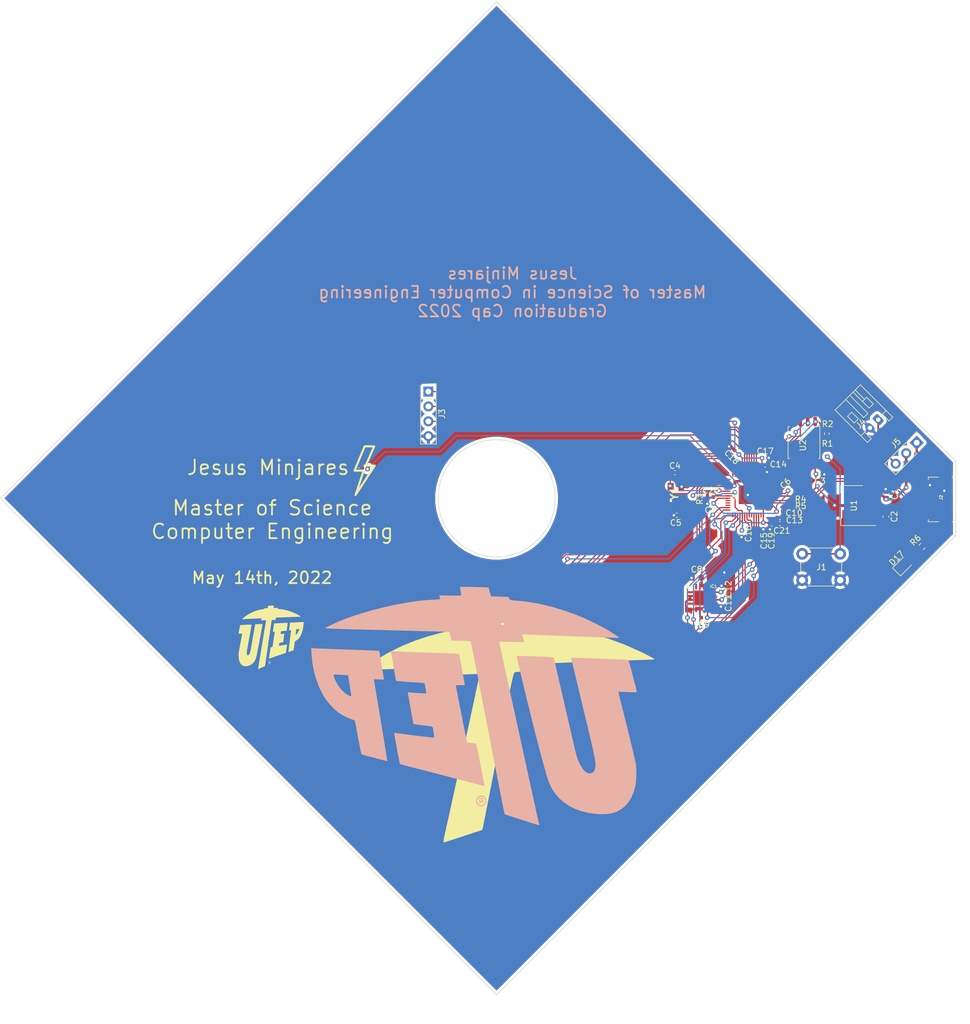
<source format=kicad_pcb>
(kicad_pcb (version 20211014) (generator pcbnew)
  (layers (0 "F.Cu" signal) (31 "B.Cu" signal) (34 "B.Paste" user) (35 "F.Paste" user) (36 "B.SilkS" user "B.Silkscreen") (37 "F.SilkS" user "F.Silkscreen") (38 "B.Mask" user) (39 "F.Mask" user) (44 "Edge.Cuts" user))
  (net 0 "")
  (net 1 "+3V3")
  (net 2 "Net-(D17-Pad2)")
  (net 3 "/XOUT")
  (net 4 "Net-(C5-Pad1)")
  (net 5 "/QSPI_SS")
  (net 6 "/~USB_BOOT")
  (net 7 "/USB_D-")
  (net 8 "Net-(IC2-Pad46)")
  (net 9 "/USB_D+")
  (net 10 "Net-(IC2-Pad47)")
  (net 13 "/OLED_SDA")
  (net 14 "/OLED_SCL")
  (net 15 "/LED0")
  (net 16 "/LED1")
  (net 17 "/LED2")
  (net 18 "/LED3")
  (net 19 "/LED5")
  (net 20 "/LED6")
  (net 21 "/LED7")
  (net 22 "/LED8")
  (net 23 "/LED9")
  (net 24 "/LED10")
  (net 25 "/LED11")
  (net 26 "/LED12")
  (net 27 "GND")
  (net 28 "/XIN")
  (net 29 "+1V1")
  (net 33 "/LED13")
  (net 34 "/LED14")
  (net 35 "/LED15")
  (net 36 "/LED16")
  (net 37 "/LED17")
  (net 38 "/LED18")
  (net 39 "/LED19")
  (net 40 "/LED20")
  (net 42 "/X_Axis")
  (net 43 "/Y_Axis")
  (net 44 "/Z_Axis")
  (net 46 "/QSPI_SD3")
  (net 47 "/QSPI_SCLK")
  (net 48 "/QSPI_SD0")
  (net 49 "/QSPI_SD2")
  (net 50 "/QSPI_SD1")
  (net 51 "VBUS")
  (net 52 "/LED4")
  (net 61 "/USB_5V")
  (net 62 "/Bat")
  (footprint "Resistor_SMD:R_0402_1005Metric" (layer "F.Cu") (at 160 100.62 -90)
    (fp_text reference "R3")
    (fp_text value "1k")
  )
  (footprint "Capacitor_SMD:C_0603_1608Metric" (layer "F.Cu") (at 193.03 99.7575 90)
    (fp_text reference "C1")
    (fp_text value "10u")
  )
  (footprint "Capacitor_SMD:C_0402_1005Metric" (layer "F.Cu") (at 164.9 118.43 -90)
    (fp_text reference "C11")
    (fp_text value "0.1u")
  )
  (footprint "Capacitor_SMD:C_0402_1005Metric" (layer "F.Cu") (at 162.9675 100.29 180)
    (fp_text reference "C20")
    (fp_text value "10u")
  )
  (footprint "Resistor_SMD:R_0201_0603Metric" (layer "F.Cu") (at 176.5275 101.85 180)
    (fp_text reference "R5")
    (fp_text value "27")
  )
  (footprint "LED_SMD:LED_0805_2012Metric" (layer "F.Cu") (at 195.994571 111.895429 45)
    (fp_text reference "D17")
    (fp_text value "LED")
  )
  (footprint "Resistor_SMD:R_0402_1005Metric" (layer "F.Cu") (at 182.8775 92.79 90)
    (fp_text reference "R1")
    (fp_text value "1k")
  )
  (footprint "LED_SMD:LED_0805_2012Metric" (layer "F.Cu") (at 124.684571 138.335429 45)
    (fp_text reference "D16")
    (fp_text value "LED")
  )
  (footprint "LED_SMD:LED_0805_2012Metric" (layer "F.Cu") (at 128.2825 122.02)
    (fp_text reference "D13")
    (fp_text value "LED")
  )
  (footprint "Capacitor_SMD:C_0402_1005Metric" (layer "F.Cu") (at 161.9 120.8925 180)
    (fp_text reference "C9")
    (fp_text value "0.1u")
  )
  (footprint "Button_Switch_THT:SW_PUSH_6mm" (layer "F.Cu") (at 178.67 109.99)
    (fp_text reference "J1")
    (fp_text value "Conn_01x02")
  )
  (footprint "UTEP:utep_logo" (layer "F.Cu") (at 128.51 139.8)
    (fp_text reference "G***")
    (fp_text value "LOGO" hide)
  )
  (footprint "Resistor_SMD:R_0603_1608Metric" (layer "F.Cu") (at 199.15 108.74 -135)
    (fp_text reference "R6")
    (fp_text value "220")
  )
  (footprint "LED_SMD:LED_0805_2012Metric" (layer "F.Cu") (at 119.78 126.51 90)
    (fp_text reference "D4")
    (fp_text value "LED")
  )
  (footprint "Capacitor_SMD:C_0402_1005Metric" (layer "F.Cu") (at 174.86 103.78)
    (fp_text reference "C13")
    (fp_text value "1u")
  )
  (footprint "Capacitor_SMD:C_0402_1005Metric" (layer "F.Cu") (at 173.1 105.22 -90)
    (fp_text reference "C19")
    (fp_text value "100n")
  )
  (footprint "Bolt:bolt" (layer "F.Cu") (at 103.87 95.77)
    (fp_text reference "G***")
    (fp_text value "LOGO" hide)
  )
  (footprint "Capacitor_SMD:C_0402_1005Metric" (layer "F.Cu") (at 168.31 106.53 -90)
    (fp_text reference "C16")
    (fp_text value "100n")
  )
  (footprint "Resistor_SMD:R_0201_0603Metric" (layer "F.Cu") (at 176.53 100.88 180)
    (fp_text reference "R4")
    (fp_text value "27")
  )
  (footprint "Connector_PinSocket_2.54mm:PinSocket_1x04_P2.54mm_Vertical" (layer "F.Cu") (at 114.765 82.26)
    (fp_text reference "J3")
    (fp_text value "Conn_01x04")
  )
  (footprint "Package_TO_SOT_SMD:SOT-223-3_TabPin2" (layer "F.Cu") (at 187.18 101.7375 180)
    (fp_text reference "U1")
    (fp_text value "NCP1117-3.3_SOT223")
  )
  (footprint "UTEP:utep" (layer "F.Cu") (at 87.87 124.27)
    (fp_text reference "G***")
    (fp_text value "LOGO" hide)
  )
  (footprint "Capacitor_SMD:C_0402_1005Metric" (layer "F.Cu") (at 176.65 98.8 45)
    (fp_text reference "C6")
    (fp_text value "100n")
  )
  (footprint "LED_SMD:LED_0805_2012Metric" (layer "F.Cu") (at 133.44 126.2675 90)
    (fp_text reference "D8")
    (fp_text value "LED")
  )
  (footprint "Capacitor_SMD:C_0402_1005Metric" (layer "F.Cu") (at 156.92 96.1)
    (fp_text reference "C4")
    (fp_text value "30p")
  )
  (footprint "LED_SMD:LED_0805_2012Metric" (layer "F.Cu") (at 126.134571 130.475429 45)
    (fp_text reference "D15")
    (fp_text value "LED")
  )
  (footprint "Capacitor_SMD:C_0402_1005Metric" (layer "F.Cu") (at 172.36 93.61)
    (fp_text reference "C17")
    (fp_text value "100n")
  )
  (footprint "LED_SMD:LED_0805_2012Metric" (layer "F.Cu") (at 147.2825 126.94)
    (fp_text reference "D12")
    (fp_text value "LED")
  )
  (footprint "RP2040 Pico:QFN40P700X700X90-57N-D" (layer "F.Cu") (at 169.43 99.89 -90)
    (fp_text reference "IC2")
    (fp_text value "RP2040" hide)
  )
  (footprint "Capacitor_SMD:C_0402_1005Metric" (layer "F.Cu") (at 172.01 105.24 -90)
    (fp_text reference "C15")
    (fp_text value "100n")
  )
  (footprint "Capacitor_SMD:C_0402_1005Metric" (layer "F.Cu") (at 174.86 102.75)
    (fp_text reference "C10")
    (fp_text value "1u")
  )
  (footprint "LED_SMD:LED_0805_2012Metric" (layer "F.Cu") (at 126.5 126.3975 90)
    (fp_text reference "D6")
    (fp_text value "LED")
  )
  (footprint "LED_SMD:LED_0805_2012Metric" (layer "F.Cu") (at 123.984571 142.155429 45)
    (fp_text reference "D18")
    (fp_text value "LED")
  )
  (footprint "Resistor_SMD:R_0402_1005Metric" (layer "F.Cu") (at 182.8775 89.45 90)
    (fp_text reference "R2")
    (fp_text value "DNF")
  )
  (footprint "Capacitor_SMD:C_0402_1005Metric" (layer "F.Cu") (at 167.45 92.63 135)
    (fp_text reference "C18")
    (fp_text value "100n")
  )
  (footprint "Capacitor_SMD:C_0603_1608Metric" (layer "F.Cu") (at 160.6225 114.085)
    (fp_text reference "C8")
    (fp_text value "1u")
  )
  (footprint "Capacitor_SMD:C_0402_1005Metric" (layer "F.Cu") (at 162.9775 101.37 180)
    (fp_text reference "C7")
    (fp_text value "100n")
  )
  (footprint "LED_SMD:LED_0805_2012Metric" (layer "F.Cu") (at 122.41 150.69 45)
    (fp_text reference "D20")
    (fp_text value "LED")
  )
  (footprint "LED_SMD:LED_0805_2012Metric" (layer "F.Cu") (at 136.75 126.12 90)
    (fp_text reference "D9")
    (fp_text value "LED")
  )
  (footprint "LED_SMD:LED_0402_1005Metric" (layer "F.Cu") (at 103.95 95.29)
    (fp_text reference "D22")
    (fp_text value "LED")
  )
  (footprint "LED_SMD:LED_0805_2012Metric" (layer "F.Cu") (at 125.32 134.35 45)
    (fp_text reference "D14")
    (fp_text value "LED")
  )
  (footprint "Connector_PinHeader_2.54mm:PinHeader_1x03_P2.54mm_Vertical" (layer "F.Cu") (at 198.25 91 -45)
    (fp_text reference "J5")
    (fp_text value "Conn_01x03")
  )
  (footprint "LED_SMD:LED_0805_2012Metric" (layer "F.Cu") (at 116.53 126.67 90)
    (fp_text reference "D3")
    (fp_text value "LED")
  )
  (footprint "LED_SMD:LED_0805_2012Metric" (layer "F.Cu") (at 122.97 126.45 90)
    (fp_text reference "D5")
    (fp_text value "LED")
  )
  (footprint "Capacitor_SMD:C_0603_1608Metric" (layer "F.Cu") (at 192.99 103.63 -90)
    (fp_text reference "C2")
    (fp_text value "10u")
  )
  (footprint "Connector_USB:USB_Micro-B_Molex_47346-0001" (layer "F.Cu") (at 201.94 100.69 90)
    (fp_text reference "J2")
    (fp_text value "USB_B_Micro")
  )
  (footprint "Capacitor_SMD:C_0402_1005Metric" (layer "F.Cu") (at 157.22 103.38 180)
    (fp_text reference "C5")
    (fp_text value "30p")
  )
  (footprint "LED_SMD:LED_0805_2012Metric" (layer "F.Cu") (at 109.36 128.19)
    (fp_text reference "D1")
    (fp_text value "LED")
  )
  (footprint "Package_SO:SOIC-8_5.23x5.23mm_P1.27mm" (layer "F.Cu") (at 178.98 90.97 -90)
    (fp_text reference "U2")
    (fp_text value "W25Q128JVS")
  )
  (footprint "Capacitor_SMD:C_0402_1005Metric" (layer "F.Cu") (at 172.35 94.79)
    (fp_text reference "C14")
    (fp_text value "100n")
  )
  (footprint "LED_SMD:LED_0805_2012Metric" (layer "F.Cu") (at 123.37 146.22 45)
    (fp_text reference "D19")
    (fp_text value "LED")
  )
  (footprint "LED_SMD:LED_0805_2012Metric" (layer "F.Cu") (at 113.49 127.03 90)
    (fp_text reference "D2")
    (fp_text value "LED")
  )
  (footprint "Capacitor_SMD:C_0402_1005Metric" (layer "F.Cu") (at 164.91 115.9825 -90)
    (fp_text reference "C12")
    (fp_text value "0.1u")
  )
  (footprint "LED_SMD:LED_0805_2012Metric" (layer "F.Cu") (at 121.73 155.27 45)
    (fp_text reference "D21")
    (fp_text value "LED")
  )
  (footprint "LED_SMD:LED_0805_2012Metric" (layer "F.Cu") (at 130.09 126.36 90)
    (fp_text reference "D7")
    (fp_text value "LED")
  )
  (footprint "Connector_JST:JST_PH_S2B-PH-K_1x02_P2.00mm_Horizontal" (layer "F.Cu") (at 191.669519 87.055305 -135)
    (fp_text reference "J4")
    (fp_text value "Conn_01x02")
  )
  (footprint "ABM8 12Mhz:ABM812000MHz20B1UT" (layer "F.Cu") (at 157.06 99.68 -90)
    (fp_text reference "Y1")
    (fp_text value "ABM8-12.000MHz-20-B1U-T" hide)
  )
  (footprint "Capacitor_SMD:C_0402_1005Metric" (layer "F.Cu") (at 174.87 104.83)
    (fp_text reference "C21")
    (fp_text value "100n")
  )
  (footprint "ADXL335:QFN65P400X400X150-17N-D" (layer "F.Cu") (at 161.51725 117.525)
    (fp_text reference "IC1")
    (fp_text value "ADXL335BCPZ-RL7" hide)
  )
  (footprint "LED_SMD:LED_0805_2012Metric" (layer "F.Cu") (at 143.42 126.26 90)
    (fp_text reference "D11")
    (fp_text value "LED")
  )
  (footprint "Capacitor_SMD:C_0402_1005Metric" (layer "F.Cu") (at 181.62 96.37)
    (fp_text reference "C3")
    (fp_text value "100n")
  )
  (footprint "LED_SMD:LED_0805_2012Metric" (layer "F.Cu") (at 140.09 126.14 90)
    (fp_text reference "D10")
    (fp_text value "LED")
  )
  (footprint "UTEP_Logo_v1:utep_logo_v1" (layer "B.Cu") (at 122.58 136.02 180)
    (fp_text reference "G***")
    (fp_text value "LOGO" hide)
  )
  (gr_circle (center 126.429728 100.486174) (end 136.429728 100.486174) (layer "Edge.Cuts") (width 0.1) (fill none))
  (gr_line (start 126.430576 15.635418) (end 41.577762 100.488232) (layer "Edge.Cuts") (width 0.1))
  (gr_line (start 126.430576 15.635418) (end 204.93 94.14) (layer "Edge.Cuts") (width 0.1))
  (gr_line (start 204.93 94.14) (end 204.96 106.81) (layer "Edge.Cuts") (width 0.1))
  (gr_line (start 126.430576 185.341045) (end 204.96 106.81) (layer "Edge.Cuts") (width 0.1))
  (gr_line (start 41.577762 100.488232) (end 126.430576 185.341045) (layer "Edge.Cuts") (width 0.1))
  (gr_text "Jesus Minjares\nMaster of Science in Computer Engineering\nGraduation Cap 2022" (at 129.13 65.29) (layer "B.SilkS") (effects (font (size 2 2) (thickness 0.3)) (justify mirror)))
  (gr_text "May 14th, 2022" (at 86.32 114.08) (layer "F.SilkS") (effects (font (size 2 2) (thickness 0.3))))
  (gr_text "Jesus Minjares" (at 87.37 95.23) (layer "F.SilkS") (effects (font (size 2.5 2.5) (thickness 0.3))))
  (gr_text "  Master of Science  \nComputer Engineering" (at 88.09 104.15) (layer "F.SilkS") (effects (font (size 2.5 2.5) (thickness 0.3))))
  (segment (start 172.88 100.09) (end 172.88 100.49) (width 0.2) (layer "F.Cu") (net 1))
  (segment (start 199.795235 108.094765) (end 198.317265 108.094765) (width 0.25) (layer "F.Cu") (net 1))
  (segment (start 161.485 115.575) (end 161.84225 115.575) (width 0.25) (layer "F.Cu") (net 1))
  (segment (start 173.1 104.6525) (end 172.03 104.6525) (width 0.25) (layer "F.Cu") (net 1))
  (segment (start 161.485 111.915) (end 163.87 109.53) (width 0.25) (layer "F.Cu") (net 1))
  (segment (start 180.885 92.04) (end 180.885 94.57) (width 0.25) (layer "F.Cu") (net 1))
  (segment (start 168.43 102.715) (end 168.294511 102.579511) (width 0.2) (layer "F.Cu") (net 1))
  (segment (start 172.03 100.49) (end 172.03 102.17) (width 0.2) (layer "F.Cu") (net 1))
  (segment (start 166.679638 100.09) (end 167.190741 100.601103) (width 0.2) (layer "F.Cu") (net 1))
  (segment (start 174.2925 104.82) (end 174.3025 104.83) (width 0.25) (layer "F.Cu") (net 1))
  (segment (start 191.96 101.7375) (end 192.99 102.7675) (width 0.25) (layer "F.Cu") (net 1))
  (segment (start 181.266278 98.416278) (end 179.568037 100.114519) (width 0.25) (layer "F.Cu") (net 1))
  (segment (start 172.88 102.09) (end 172.88 102.49) (width 0.2) (layer "F.Cu") (net 1))
  (segment (start 184.03 101.7375) (end 190.33 101.7375) (width 0.5) (layer "F.Cu") (net 1))
  (segment (start 168.454519 104.48) (end 168.43 104.455481) (width 0.2) (layer "F.Cu") (net 1))
  (segment (start 165.98 100.09) (end 163.735 100.09) (width 0.2) (layer "F.Cu") (net 1))
  (segment (start 168.294511 102.579511) (end 167.760252 102.579511) (width 0.2) (layer "F.Cu") (net 1))
  (segment (start 168.31 105.9625) (end 168.454519 105.817981) (width 0.25) (layer "F.Cu") (net 1))
  (segment (start 171.7825 94.79) (end 172.03 95.0375) (width 0.2) (layer "F.Cu") (net 1))
  (segment (start 165.98 100.09) (end 166.679638 100.09) (width 0.2) (layer "F.Cu") (net 1))
  (segment (start 172.11 102.09) (end 172.88 102.09) (width 0.2) (layer "F.Cu") (net 1))
  (segment (start 182.8775 90.0475) (end 180.885 92.04) (width 0.25) (layer "F.Cu") (net 1))
  (segment (start 114.765 87.34) (end 166.9 87.34) (width 0.2) (layer "F.Cu") (net 1))
  (segment (start 167.760252 102.579511) (end 167.21 102.029259) (width 0.2) (layer "F.Cu") (net 1))
  (segment (start 172.88 100.09) (end 172.43 100.09) (width 0.2) (layer "F.Cu") (net 1))
  (segment (start 181.02125 96.33875) (end 181.0525 96.37) (width 0.25) (layer "F.Cu") (net 1))
  (segment (start 161.19225 115.575) (end 161.485 115.575) (width 0.25) (layer "F.Cu") (net 1))
  (segment (start 172.03 104.6525) (end 172.01 104.6725) (width 0.25) (layer "F.Cu") (net 1))
  (segment (start 172.03 102.17) (end 172.11 102.09) (width 0.2) (layer "F.Cu") (net 1))
  (segment (start 163.735 100.09) (end 163.535 100.29) (width 0.2) (layer "F.Cu") (net 1))
  (segment (start 172.03 95.0375) (end 172.03 96.44) (width 0.2) (layer "F.Cu") (net 1))
  (segment (start 168.43 93.61) (end 167.851283 93.031283) (width 0.2) (layer "F.Cu") (net 1))
  (segment (start 172.43 100.09) (end 172.03 100.49) (width 0.2) (layer "F.Cu") (net 1))
  (segment (start 168.43048 95.74048) (end 168.43 95.74096) (width 0.2) (layer "F.Cu") (net 1))
  (segment (start 180.885 94.57) (end 180.885 96.2025) (width 0.25) (layer "F.Cu") (net 1))
  (segment (start 172.01 104.6725) (end 172.1675 104.83) (width 0.2) (layer "F.Cu") (net 1))
  (segment (start 179.568037 100.114519) (end 172.88 100.11452) (width 0.25) (layer "F.Cu") (net 1))
  (segment (start 171.7925 93.61) (end 171.81125 93.62875) (width 0.2) (layer "F.Cu") (net 1))
  (segment (start 168.43 95.74096) (end 168.43 96.44) (width 0.2) (layer "F.Cu") (net 1))
  (segment (start 161.485 114.085) (end 161.485 111.915) (width 0.25) (layer "F.Cu") (net 1))
  (segment (start 172.03 102.17) (end 172.03 103.34) (width 0.2) (layer "F.Cu") (net 1))
  (segment (start 180.885 96.2025) (end 181.02125 96.33875) (width 0.25) (layer "F.Cu") (net 1))
  (segment (start 173.1 104.6525) (end 174.125 104.6525) (width 0.25) (layer "F.Cu") (net 1))
  (segment (start 171.7925 93.61) (end 171.7925 94.78) (width 0.2) (layer "F.Cu") (net 1))
  (segment (start 172.03 96.44) (end 172.03 100.49) (width 0.2) (layer "F.Cu") (net 1))
  (segment (start 172.03 103.34) (end 172.03 104.65) (width 0.2) (layer "F.Cu") (net 1))
  (segment (start 161.52 114.035) (end 161.52 115.525) (width 0.3) (layer "F.Cu") (net 1))
  (segment (start 168.43 103.34) (end 168.43 102.715) (width 0.2) (layer "F.Cu") (net 1))
  (segment (start 167.21 102.029259) (end 167.21 100.63) (width 0.2) (layer "F.Cu") (net 1))
  (segment (start 168.454519 105.817981) (end 168.454519 104.48) (width 0.2) (layer "F.Cu") (net 1))
  (segment (start 174.125 104.6525) (end 174.3025 104.83) (width 0.25) (layer "F.Cu") (net 1))
  (segment (start 168.43 95.74096) (end 168.43 93.61) (width 0.2) (layer "F.Cu") (net 1))
  (segment (start 168.43 104.455481) (end 168.43 103.34) (width 0.2) (layer "F.Cu") (net 1))
  (segment (start 171.7925 94.78) (end 171.7825 94.79) (width 0.2) (layer "F.Cu") (net 1))
  (segment (start 198.317265 108.094765) (end 192.99 102.7675) (width 0.25) (layer "F.Cu") (net 1))
  (segment (start 171.81125 93.62875) (end 172.03 93.8475) (width 0.2) (layer "F.Cu") (net 1))
  (segment (start 172.03 104.65) (end 172.03 104.6525) (width 0.2) (layer "F.Cu") (net 1))
  (segment (start 174.2925 103.78) (end 174.2925 104.82) (width 0.25) (layer "F.Cu") (net 1))
  (segment (start 166.9 87.34) (end 167.16 87.6) (width 0.2) (layer "F.Cu") (net 1))
  (segment (start 190.33 101.7375) (end 191.96 101.7375) (width 0.25) (layer "F.Cu") (net 1))
  (via (at 168.37 105.98) (size 0.8) (drill 0.4) (layers "F.Cu" "B.Cu") (net 1))
  (via (at 167.16 87.6) (size 0.8) (drill 0.4) (layers "F.Cu" "B.Cu") (net 1))
  (via (at 172.03 104.65) (size 0.8) (drill 0.4) (layers "F.Cu" "B.Cu") (net 1))
  (via (at 167.86 93.02) (size 0.8) (drill 0.4) (layers "F.Cu" "B.Cu") (net 1))
  (via (at 163.87 109.53) (size 0.8) (drill 0.4) (layers "F.Cu" "B.Cu") (net 1))
  (via (at 184.21 101.69) (size 0.8) (drill 0.4) (layers "F.Cu" "B.Cu") (net 1))
  (via (at 181.02125 96.33875) (size 0.8) (drill 0.4) (layers "F.Cu" "B.Cu") (net 1))
  (via (at 171.81125 93.62875) (size 0.8) (drill 0.4) (layers "F.Cu" "B.Cu") (net 1))
  (via (at 181.266278 98.416278) (size 0.8) (drill 0.4) (layers "F.Cu" "B.Cu") (net 1))
  (segment (start 167.16 87.6) (end 167.16 92.32) (width 0.2) (layer "B.Cu") (net 1))
  (segment (start 167.28 103.48) (end 168.47 104.67) (width 0.25) (layer "B.Cu") (net 1))
  (segment (start 164.79 103.99) (end 165.3 103.48) (width 0.25) (layer "B.Cu") (net 1))
  (segment (start 168.46875 93.62875) (end 167.86 93.02) (width 0.2) (layer "B.Cu") (net 1))
  (segment (start 162.870181 104.785205) (end 163.665386 103.99) (width 0.25) (layer "B.Cu") (net 1))
  (segment (start 172.01 104.67) (end 168.47 104.67) (width 0.2) (layer "B.Cu") (net 1))
  (segment (start 181.266278 98.746278) (end 184.21 101.69) (width 0.25) (layer "B.Cu") (net 1))
  (segment (start 167.16 92.32) (end 167.86 93.02) (width 0.2) (layer "B.Cu") (net 1))
  (segment (start 172.03 104.65) (end 172.01 104.67) (width 0.2) (layer "B.Cu") (net 1))
  (segment (start 168.47 105.88) (end 168.37 105.98) (width 0.25) (layer "B.Cu") (net 1))
  (segment (start 168.47 104.67) (end 168.47 105.88) (width 0.25) (layer "B.Cu") (net 1))
  (segment (start 181.02125 96.33875) (end 181.02125 98.17125) (width 0.25) (layer "B.Cu") (net 1))
  (segment (start 181.02125 98.17125) (end 181.266278 98.416278) (width 0.25) (layer "B.Cu") (net 1))
  (segment (start 181.266278 98.416278) (end 181.266278 98.746278) (width 0.25) (layer "B.Cu") (net 1))
  (segment (start 163.665386 103.99) (end 164.79 103.99) (width 0.25) (layer "B.Cu") (net 1))
  (segment (start 163.87 109.53) (end 162.870181 108.530181) (width 0.25) (layer "B.Cu") (net 1))
  (segment (start 165.3 103.48) (end 167.28 103.48) (width 0.25) (layer "B.Cu") (net 1))
  (segment (start 162.870181 108.530181) (end 162.870181 104.785205) (width 0.25) (layer "B.Cu") (net 1))
  (segment (start 171.81125 93.62875) (end 168.46875 93.62875) (width 0.2) (layer "B.Cu") (net 1))
  (segment (start 196.719355 111.170645) (end 198.504765 109.385235) (width 0.25) (layer "F.Cu") (net 2))
  (segment (start 165.980489 99.689511) (end 165.98 99.69) (width 0.2) (layer "F.Cu") (net 3))
  (segment (start 166.960489 99.689511) (end 165.980489 99.689511) (width 0.2) (layer "F.Cu") (net 3))
  (segment (start 167.18 99.47) (end 166.960489 99.689511) (width 0.2) (layer "F.Cu") (net 3))
  (via (at 167.18 99.47) (size 0.8) (drill 0.4) (layers "F.Cu" "B.Cu") (net 3))
  (via (at 159.9905 100.03) (size 0.8) (drill 0.4) (layers "F.Cu" "B.Cu") (net 3))
  (segment (start 166.96 99.69) (end 167.18 99.47) (width 0.2) (layer "B.Cu") (net 3))
  (segment (start 163.959991 99.889011) (end 164.779748 99.889011) (width 0.2) (layer "B.Cu") (net 3))
  (segment (start 163.66 99.58902) (end 163.959991 99.889011) (width 0.2) (layer "B.Cu") (net 3))
  (segment (start 164.978759 99.69) (end 166.96 99.69) (width 0.2) (layer "B.Cu") (net 3))
  (segment (start 159.9905 100.03) (end 160.43148 99.58902) (width 0.2) (layer "B.Cu") (net 3))
  (segment (start 160.01 100.03) (end 159.9905 100.03) (width 0.2) (layer "B.Cu") (net 3))
  (segment (start 160.43148 99.58902) (end 163.66 99.58902) (width 0.2) (layer "B.Cu") (net 3))
  (segment (start 160.150989 99.889011) (end 160.01 100.03) (width 0.2) (layer "B.Cu") (net 3))
  (segment (start 164.779748 99.889011) (end 164.978759 99.69) (width 0.2) (layer "B.Cu") (net 3))
  (segment (start 157.7 103.38) (end 157.935 103.145) (width 0.25) (layer "F.Cu") (net 4))
  (segment (start 158.235 101.13) (end 157.935 100.83) (width 0.25) (layer "F.Cu") (net 4))
  (segment (start 157.935 103.145) (end 157.935 100.83) (width 0.25) (layer "F.Cu") (net 4))
  (segment (start 160 101.13) (end 158.235 101.13) (width 0.25) (layer "F.Cu") (net 4))
  (segment (start 183.52202 89.49702) (end 182.8775 88.8525) (width 0.25) (layer "F.Cu") (net 5))
  (segment (start 175.55048 94.61952) (end 175.55048 90.81952) (width 0.2) (layer "F.Cu") (net 5))
  (segment (start 181.395 87.37) (end 182.8775 88.8525) (width 0.25) (layer "F.Cu") (net 5))
  (segment (start 182.8775 92.1925) (end 183.52202 91.54798) (width 0.25) (layer "F.Cu") (net 5))
  (segment (start 183.52202 91.54798) (end 183.52202 89.49702) (width 0.25) (layer "F.Cu") (net 5))
  (segment (start 172.88 97.29) (end 175.55048 94.61952) (width 0.2) (layer "F.Cu") (net 5))
  (segment (start 175.55048 90.81952) (end 176.46 89.91) (width 0.2) (layer "F.Cu") (net 5))
  (segment (start 180.885 87.37) (end 181.395 87.37) (width 0.25) (layer "F.Cu") (net 5))
  (via (at 176.46 89.91) (size 0.8) (drill 0.4) (layers "F.Cu" "B.Cu") (net 5))
  (via (at 180.95 87.4) (size 0.8) (drill 0.4) (layers "F.Cu" "B.Cu") (net 5))
  (segment (start 178.409259 89.91) (end 180.919259 87.4) (width 0.2) (layer "B.Cu") (net 5))
  (segment (start 180.919259 87.4) (end 180.95 87.4) (width 0.2) (layer "B.Cu") (net 5))
  (segment (start 176.46 89.91) (end 178.409259 89.91) (width 0.2) (layer "B.Cu") (net 5))
  (segment (start 178.67 109.99) (end 185.17 109.99) (width 0.25) (layer "F.Cu") (net 6))
  (via (at 182.99 93.39) (size 0.8) (drill 0.4) (layers "F.Cu" "B.Cu") (net 6))
  (segment (start 185.17 109.99) (end 185.17 95.57) (width 0.25) (layer "B.Cu") (net 6))
  (segment (start 185.17 95.57) (end 182.99 93.39) (width 0.25) (layer "B.Cu") (net 6))
  (segment (start 197.1218 101.24) (end 193.4768 97.595) (width 0.2) (layer "F.Cu") (net 7))
  (segment (start 199.444999 101.34) (end 199.344999 101.24) (width 0.2) (layer "F.Cu") (net 7))
  (segment (start 183.7132 97.595) (end 179.5182 101.79) (width 0.2) (layer "F.Cu") (net 7))
  (segment (start 199.344999 101.24) (end 197.1218 101.24) (width 0.2) (layer "F.Cu") (net 7))
  (segment (start 200.48 101.34) (end 199.444999 101.34) (width 0.2) (layer "F.Cu") (net 7))
  (segment (start 193.4768 97.595) (end 183.7132 97.595) (width 0.2) (layer "F.Cu") (net 7))
  (segment (start 179.5182 101.79) (end 176.935 101.79) (width 0.2) (layer "F.Cu") (net 7))
  (segment (start 175.62 101.29) (end 176.12 101.79) (width 0.2) (layer "F.Cu") (net 8))
  (segment (start 172.88 101.29) (end 175.62 101.29) (width 0.2) (layer "F.Cu") (net 8))
  (segment (start 199.344999 100.79) (end 197.3082 100.79) (width 0.2) (layer "F.Cu") (net 9))
  (segment (start 197.3082 100.79) (end 193.6632 97.145) (width 0.2) (layer "F.Cu") (net 9))
  (segment (start 183.5268 97.145) (end 179.331801 101.339999) (width 0.2) (layer "F.Cu") (net 9))
  (segment (start 179.331801 101.339999) (end 177.309999 101.339999) (width 0.2) (layer "F.Cu") (net 9))
  (segment (start 199.444999 100.69) (end 199.344999 100.79) (width 0.2) (layer "F.Cu") (net 9))
  (segment (start 193.6632 97.145) (end 183.5268 97.145) (width 0.2) (layer "F.Cu") (net 9))
  (segment (start 176.9375 100.9675) (end 176.9375 100.88) (width 0.2) (layer "F.Cu") (net 9))
  (segment (start 177.309999 101.339999) (end 176.9375 100.9675) (width 0.2) (layer "F.Cu") (net 9))
  (segment (start 200.48 100.69) (end 199.444999 100.69) (width 0.2) (layer "F.Cu") (net 9))
  (segment (start 172.88 100.89) (end 176.1125 100.89) (width 0.2) (layer "F.Cu") (net 10))
  (segment (start 176.1125 100.89) (end 176.1225 100.88) (width 0.2) (layer "F.Cu") (net 10))
  (segment (start 170.83 96.44) (end 170.83 88.65) (width 0.2) (layer "F.Cu") (net 13))
  (segment (start 170.83 88.65) (end 164.44 82.26) (width 0.2) (layer "F.Cu") (net 13))
  (segment (start 164.44 82.26) (end 114.765 82.26) (width 0.2) (layer "F.Cu") (net 13))
  (segment (start 170.43 96.44) (end 170.43 89.33) (width 0.2) (layer "F.Cu") (net 14))
  (segment (start 170.43 89.33) (end 165.9 84.8) (width 0.2) (layer "F.Cu") (net 14))
  (segment (start 165.9 84.8) (end 114.765 84.8) (width 0.2) (layer "F.Cu") (net 14))
  (segment (start 170.03 90.91048) (end 167.470001 88.350481) (width 0.2) (layer "F.Cu") (net 15))
  (segment (start 167.470001 88.350481) (end 154.04952 88.35048) (width 0.2) (layer "F.Cu") (net 15))
  (segment (start 121.06 121.34) (end 115.83 121.34) (width 0.2) (layer "F.Cu") (net 15))
  (segment (start 110.385 126.785) (end 110.385 128.19) (width 0.2) (layer "F.Cu") (net 15))
  (segment (start 170.03 90.91048) (end 170.03048 90.91) (width 0.2) (layer "F.Cu") (net 15))
  (segment (start 170.03 96.44) (end 170.03 90.91048) (width 0.2) (layer "F.Cu") (net 15))
  (segment (start 115.83 121.34) (end 110.385 126.785) (width 0.2) (layer "F.Cu") (net 15))
  (segment (start 154.04952 88.35048) (end 121.06 121.34) (width 0.2) (layer "F.Cu") (net 15))
  (segment (start 129.49 114.68) (end 129.49 114.67) (width 0.2) (layer "F.Cu") (net 16))
  (segment (start 169.63048 91.075966) (end 169.63048 91.79) (width 0.2) (layer "F.Cu") (net 16))
  (segment (start 113.49 126.0925) (end 113.3625 126.0925) (width 0.25) (layer "F.Cu") (net 16))
  (segment (start 113.3625 126.0925) (end 113.33 126.06) (width 0.25) (layer "F.Cu") (net 16))
  (segment (start 129.49 114.67) (end 155.41 88.75) (width 0.2) (layer "F.Cu") (net 16))
  (segment (start 169.63 91.79048) (end 169.63 96.44) (width 0.2) (layer "F.Cu") (net 16))
  (segment (start 169.63048 91.79) (end 169.63 91.79048) (width 0.2) (layer "F.Cu") (net 16))
  (segment (start 113.33 126.06) (end 116.96 122.43) (width 0.2) (layer "F.Cu") (net 16))
  (segment (start 116.96 122.43) (end 121.74 122.43) (width 0.2) (layer "F.Cu") (net 16))
  (segment (start 155.41 88.75) (end 167.304514 88.75) (width 0.2) (layer "F.Cu") (net 16))
  (segment (start 167.304514 88.75) (end 169.63048 91.075966) (width 0.2) (layer "F.Cu") (net 16))
  (segment (start 121.74 122.43) (end 129.49 114.68) (width 0.2) (layer "F.Cu") (net 16))
  (segment (start 169.23 93.78) (end 169.23048 93.77952) (width 0.2) (layer "F.Cu") (net 17))
  (segment (start 169.23 93.78) (end 169.23 92.08048) (width 0.2) (layer "F.Cu") (net 17))
  (segment (start 116.53 125.645) (end 116.93 125.645) (width 0.2) (layer "F.Cu") (net 17))
  (segment (start 117.69 123.54) (end 116.53 124.7) (width 0.2) (layer "F.Cu") (net 17))
  (segment (start 169.23048 91.635478) (end 167.275002 89.68) (width 0.2) (layer "F.Cu") (net 17))
  (segment (start 116.53 124.7) (end 116.53 125.7325) (width 0.2) (layer "F.Cu") (net 17))
  (segment (start 169.23048 93.77952) (end 169.23048 91.635478) (width 0.2) (layer "F.Cu") (net 17))
  (segment (start 156.15 89.68) (end 122.29 123.54) (width 0.2) (layer "F.Cu") (net 17))
  (segment (start 169.23 92.08048) (end 169.23048 92.08) (width 0.2) (layer "F.Cu") (net 17))
  (segment (start 169.23 96.44) (end 169.23 93.78) (width 0.2) (layer "F.Cu") (net 17))
  (segment (start 167.275002 89.68) (end 156.15 89.68) (width 0.2) (layer "F.Cu") (net 17))
  (segment (start 122.29 123.54) (end 117.69 123.54) (width 0.2) (layer "F.Cu") (net 17))
  (segment (start 138.250252 110.150489) (end 139.299511 110.150489) (width 0.2) (layer "F.Cu") (net 18))
  (segment (start 156.34 90.72) (end 166.87 90.72) (width 0.2) (layer "F.Cu") (net 18))
  (segment (start 139.299511 110.150489) (end 147.63 101.82) (width 0.2) (layer "F.Cu") (net 18))
  (segment (start 126.05 120.5) (end 128.95 120.5) (width 0.2) (layer "F.Cu") (net 18))
  (segment (start 147.63 99.43) (end 156.34 90.72) (width 0.2) (layer "F.Cu") (net 18))
  (segment (start 119.78 125.485) (end 121.065 125.485) (width 0.2) (layer "F.Cu") (net 18))
  (segment (start 121.065 125.485) (end 126.05 120.5) (width 0.2) (layer "F.Cu") (net 18))
  (segment (start 147.63 101.82) (end 147.63 99.43) (width 0.2) (layer "F.Cu") (net 18))
  (segment (start 128.95 120.5) (end 128.95 119.450741) (width 0.2) (layer "F.Cu") (net 18))
  (segment (start 128.95 119.450741) (end 138.250252 110.150489) (width 0.2) (layer "F.Cu") (net 18))
  (segment (start 168.83 92.68) (end 168.83 96.44) (width 0.2) (layer "F.Cu") (net 18))
  (segment (start 166.87 90.72) (end 168.83 92.68) (width 0.2) (layer "F.Cu") (net 18))
  (segment (start 128.4375 125.3725) (end 126.5 125.3725) (width 0.2) (layer "F.Cu") (net 19))
  (segment (start 133.42 120.39) (end 128.4375 125.3725) (width 0.2) (layer "F.Cu") (net 19))
  (segment (start 133.42 118.46) (end 133.42 120.39) (width 0.2) (layer "F.Cu") (net 19))
  (segment (start 167.63 95.550972) (end 166.769028 94.69) (width 0.2) (layer "F.Cu") (net 19))
  (segment (start 149.25 99.82) (end 149.25 100.29) (width 0.2) (layer "F.Cu") (net 19))
  (segment (start 166.769028 94.049028) (end 165.61 92.89) (width 0.2) (layer "F.Cu") (net 19))
  (segment (start 149.25 102.63) (end 133.42 118.46) (width 0.2) (layer "F.Cu") (net 19))
  (segment (start 166.769028 94.69) (end 166.769028 94.049028) (width 0.2) (layer "F.Cu") (net 19))
  (segment (start 156.18 92.89) (end 149.25 99.82) (width 0.2) (layer "F.Cu") (net 19))
  (segment (start 165.61 92.89) (end 156.18 92.89) (width 0.2) (layer "F.Cu") (net 19))
  (segment (start 149.25 100.29) (end 149.25 102.63) (width 0.2) (layer "F.Cu") (net 19))
  (segment (start 167.63 96.44) (end 167.63 95.550972) (width 0.2) (layer "F.Cu") (net 19))
  (segment (start 166.9 95.4) (end 164.78952 93.28952) (width 0.2) (layer "F.Cu") (net 20))
  (segment (start 152.16 101.42) (end 134.47 119.11) (width 0.2) (layer "F.Cu") (net 20))
  (segment (start 167.23 95.715978) (end 166.914022 95.4) (width 0.2) (layer "F.Cu") (net 20))
  (segment (start 166.914022 95.4) (end 166.9 95.4) (width 0.2) (layer "F.Cu") (net 20))
  (segment (start 134.47 119.11) (end 134.47 120.955) (width 0.2) (layer "F.Cu") (net 20))
  (segment (start 164.78952 93.28952) (end 156.73048 93.28952) (width 0.2) (layer "F.Cu") (net 20))
  (segment (start 156.73048 93.28952) (end 152.16 97.86) (width 0.2) (layer "F.Cu") (net 20))
  (segment (start 167.23 96.44) (end 167.23 95.715978) (width 0.2) (layer "F.Cu") (net 20))
  (segment (start 152.16 97.86) (end 152.16 101.42) (width 0.2) (layer "F.Cu") (net 20))
  (segment (start 134.47 120.955) (end 130.09 125.335) (width 0.2) (layer "F.Cu") (net 20))
  (segment (start 152.78 101.57) (end 135.43 118.92) (width 0.2) (layer "F.Cu") (net 21))
  (segment (start 164.662497 93.727503) (end 156.972497 93.727503) (width 0.2) (layer "F.Cu") (net 21))
  (segment (start 156.972497 93.727503) (end 152.78 97.92) (width 0.2) (layer "F.Cu") (net 21))
  (segment (start 152.78 97.92) (end 152.78 101.57) (width 0.2) (layer "F.Cu") (net 21))
  (segment (start 135.43 118.92) (end 135.43 123.2525) (width 0.2) (layer "F.Cu") (net 21))
  (segment (start 166.83 96.44) (end 166.83 95.895006) (width 0.2) (layer "F.Cu") (net 21))
  (segment (start 166.83 95.895006) (end 164.662497 93.727503) (width 0.2) (layer "F.Cu") (net 21))
  (segment (start 135.43 123.2525) (end 133.44 125.2425) (width 0.2) (layer "F.Cu") (net 21))
  (segment (start 155.430481 99.689519) (end 136.75 118.37) (width 0.2) (layer "F.Cu") (net 22))
  (segment (start 162.69 97.29) (end 162.45048 97.29) (width 0.2) (layer "F.Cu") (net 22))
  (segment (start 162.45048 97.29) (end 162.45 97.29048) (width 0.2) (layer "F.Cu") (net 22))
  (segment (start 162.69 97.29) (end 161.54 97.29) (width 0.2) (layer "F.Cu") (net 22))
  (segment (start 159.140481 99.689519) (end 155.430481 99.689519) (width 0.2) (layer "F.Cu") (net 22))
  (segment (start 165.98 97.29) (end 162.69 97.29) (width 0.2) (layer "F.Cu") (net 22))
  (segment (start 162.45 97.29048) (end 162.44 97.29048) (width 0.2) (layer "F.Cu") (net 22))
  (segment (start 161.54 97.29) (end 159.140481 99.689519) (width 0.2) (layer "F.Cu") (net 22))
  (segment (start 136.75 118.37) (end 136.75 125.095) (width 0.2) (layer "F.Cu") (net 22))
  (segment (start 144.54048 124.36048) (end 144.11 123.93) (width 0.2) (layer "F.Cu") (net 23))
  (segment (start 156.47 117.76) (end 149.86952 124.36048) (width 0.2) (layer "F.Cu") (net 23))
  (segment (start 141.275 123.93) (end 140.09 125.115) (width 0.2) (layer "F.Cu") (net 23))
  (segment (start 156.47 113.02) (end 156.47 117.76) (width 0.2) (layer "F.Cu") (net 23))
  (segment (start 165.98 97.69) (end 162.38048 97.69) (width 0.2) (layer "F.Cu") (net 23))
  (segment (start 162.38048 97.69) (end 162.38 97.69048) (width 0.2) (layer "F.Cu") (net 23))
  (segment (start 161.809508 97.69048) (end 160.69 98.809988) (width 0.2) (layer "F.Cu") (net 23))
  (segment (start 144.11 123.93) (end 141.275 123.93) (width 0.2) (layer "F.Cu") (net 23))
  (segment (start 149.86952 124.36048) (end 144.54048 124.36048) (width 0.2) (layer "F.Cu") (net 23))
  (segment (start 162.38 97.69048) (end 161.809508 97.69048) (width 0.2) (layer "F.Cu") (net 23))
  (segment (start 160.69 108.8) (end 156.47 113.02) (width 0.2) (layer "F.Cu") (net 23))
  (segment (start 160.69 98.809988) (end 160.69 108.8) (width 0.2) (layer "F.Cu") (net 23))
  (segment (start 162.30048 98.09) (end 162.3 98.09048) (width 0.2) (layer "F.Cu") (net 24))
  (segment (start 161.974995 98.089999) (end 162.30048 98.09) (width 0.2) (layer "F.Cu") (net 24))
  (segment (start 161.140481 98.924513) (end 161.974995 98.089999) (width 0.2) (layer "F.Cu") (net 24))
  (segment (start 157.13 118.05) (end 157.13 113.12) (width 0.2) (layer "F.Cu") (net 24))
  (segment (start 157.13 113.12) (end 161.14048 109.10952) (width 0.2) (layer "F.Cu") (net 24))
  (segment (start 165.98 98.09) (end 162.30048 98.09) (width 0.2) (layer "F.Cu") (net 24))
  (segment (start 161.14048 109.10952) (end 161.140481 98.924513) (width 0.2) (layer "F.Cu") (net 24))
  (segment (start 143.42 125.235) (end 149.945 125.235) (width 0.2) (layer "F.Cu") (net 24))
  (segment (start 149.945 125.235) (end 157.13 118.05) (width 0.2) (layer "F.Cu") (net 24))
  (segment (start 157.58 113.5) (end 157.58 119.08) (width 0.2) (layer "F.Cu") (net 25))
  (segment (start 165.98 98.49) (end 162.14 98.49) (width 0.2) (layer "F.Cu") (net 25))
  (segment (start 157.58 119.08) (end 149.72 126.94) (width 0.2) (layer "F.Cu") (net 25))
  (segment (start 149.72 126.94) (end 148.3075 126.94) (width 0.2) (layer "F.Cu") (net 25))
  (segment (start 162.14 98.49) (end 161.54 99.09) (width 0.2) (layer "F.Cu") (net 25))
  (segment (start 161.54 99.09) (end 161.54 109.54) (width 0.2) (layer "F.Cu") (net 25))
  (segment (start 161.54 109.54) (end 157.58 113.5) (width 0.2) (layer "F.Cu") (net 25))
  (segment (start 164.62048 102.09048) (end 165.97952 102.09048) (width 0.2) (layer "F.Cu") (net 26))
  (segment (start 165.97952 102.09048) (end 165.98 102.09) (width 0.2) (layer "F.Cu") (net 26))
  (segment (start 165.98 102.09) (end 164.75 102.09) (width 0.2) (layer "F.Cu") (net 26))
  (segment (start 163.4 103.31) (end 164.62 102.09) (width 0.2) (layer "F.Cu") (net 26))
  (segment (start 138.54 111.11) (end 138.54 110.85) (width 0.2) (layer "F.Cu") (net 26))
  (segment (start 164.62 102.09) (end 164.62048 102.09048) (width 0.2) (layer "F.Cu") (net 26))
  (segment (start 131.87 117.78) (end 138.54 111.11) (width 0.2) (layer "F.Cu") (net 26))
  (segment (start 131.87 119.4575) (end 131.87 117.78) (width 0.2) (layer "F.Cu") (net 26))
  (segment (start 129.3075 122.02) (end 131.87 119.4575) (width 0.2) (layer "F.Cu") (net 26))
  (via (at 138.54 110.85) (size 0.8) (drill 0.4) (layers "F.Cu" "B.Cu") (net 26))
  (via (at 163.4 103.31) (size 0.8) (drill 0.4) (layers "F.Cu" "B.Cu") (net 26))
  (segment (start 138.51 110.85) (end 155.86 110.85) (width 0.2) (layer "B.Cu") (net 26))
  (segment (start 155.86 110.85) (end 163.4 103.31) (width 0.2) (layer "B.Cu") (net 26))
  (segment (start 161.84225 119.475) (end 161.84225 119.29225) (width 0.25) (layer "F.Cu") (net 27))
  (segment (start 158.767739 118.172261) (end 159.09 117.85) (width 0.25) (layer "F.Cu") (net 27))
  (segment (start 161.84225 119.266761) (end 161.84225 119.475) (width 0.25) (layer "F.Cu") (net 27))
  (segment (start 161.84225 119.475) (end 160.54225 119.475) (width 0.25) (layer "F.Cu") (net 27))
  (segment (start 160.865 119.475) (end 160.54225 119.475) (width 0.25) (layer "F.Cu") (net 27))
  (segment (start 161.84225 119.475) (end 160.865 119.475) (width 0.25) (layer "F.Cu") (net 27))
  (segment (start 160.73 119.19) (end 160.90725 119.19) (width 0.25) (layer "F.Cu") (net 27))
  (segment (start 160.865 119.23225) (end 160.865 119.475) (width 0.25) (layer "F.Cu") (net 27))
  (segment (start 160.54225 119.37775) (end 160.73 119.19) (width 0.25) (layer "F.Cu") (net 27))
  (segment (start 161.21 119.49275) (end 161.19225 119.475) (width 0.25) (layer "F.Cu") (net 27))
  (segment (start 160.90725 119.19) (end 161.19225 119.475) (width 0.25) (layer "F.Cu") (net 27))
  (segment (start 158.767739 118.999511) (end 158.767739 118.172261) (width 0.25) (layer "F.Cu") (net 27))
  (segment (start 161.3325 120.8925) (end 161.21 120.77) (width 0.25) (layer "F.Cu") (net 27))
  (segment (start 161.42725 119.24) (end 161.19225 119.475) (width 0.25) (layer "F.Cu") (net 27))
  (segment (start 160.90725 119.19) (end 160.865 119.23225) (width 0.25) (layer "F.Cu") (net 27))
  (segment (start 167.07 98.37) (end 167.07 98.555386) (width 0.25) (layer "F.Cu") (net 27))
  (segment (start 159.243228 119.475) (end 158.767739 118.999511) (width 0.25) (layer "F.Cu") (net 27))
  (segment (start 161.21 120.77) (end 161.21 119.49275) (width 0.25) (layer "F.Cu") (net 27))
  (segment (start 160.54225 119.475) (end 159.243228 119.475) (width 0.25) (layer "F.Cu") (net 27))
  (segment (start 167.07 98.37) (end 166.55 98.89) (width 0.2) (layer "F.Cu") (net 27))
  (segment (start 159.09 117.85) (end 159.56725 117.37275) (width 0.25) (layer "F.Cu") (net 27))
  (segment (start 161.84225 119.29225) (end 161.79 119.24) (width 0.25) (layer "F.Cu") (net 27))
  (segment (start 159.09 117.85) (end 159.56725 117.85) (width 0.25) (layer "F.Cu") (net 27))
  (segment (start 161.79 119.24) (end 161.42725 119.24) (width 0.25) (layer "F.Cu") (net 27))
  (segment (start 159.56725 117.2) (end 159.56725 117.85) (width 0.25) (layer "F.Cu") (net 27))
  (segment (start 166.55 98.89) (end 165.98 98.89) (width 0.2) (layer "F.Cu") (net 27))
  (segment (start 160.54225 119.475) (end 160.54225 119.37775) (width 0.25) (layer "F.Cu") (net 27))
  (segment (start 159.56725 117.37275) (end 159.56725 117.2) (width 0.25) (layer "F.Cu") (net 27))
  (via (at 173.15 105.8) (size 0.8) (drill 0.4) (layers "F.Cu" "B.Cu") (net 27))
  (via (at 156.23 100.94) (size 0.8) (drill 0.4) (layers "F.Cu" "B.Cu") (net 27))
  (via (at 182.45 96.42) (size 0.8) (drill 0.4) (layers "F.Cu" "B.Cu") (net 27))
  (via (at 202.97 99.2) (size 0.8) (drill 0.4) (layers "F.Cu" "B.Cu") (net 27))
  (via (at 127.44 121.98) (size 0.8) (drill 0.4) (layers "F.Cu" "B.Cu") (net 27))
  (via (at 169.38 99.92) (size 0.8) (drill 0.4) (layers "F.Cu" "B.Cu") (net 27))
  (via (at 158.06 98.5) (size 0.8) (drill 0.4) (layers "F.Cu" "B.Cu") (net 27))
  (via (at 172.97 93.58) (size 0.8) (drill 0.4) (layers "F.Cu" "B.Cu") (net 27))
  (via (at 192.95 98.92) (size 0.8) (drill 0.4) (layers "F.Cu" "B.Cu") (net 27))
  (via (at 166.17 91.64) (size 0.8) (drill 0.4) (layers "F.Cu" "B.Cu") (net 27))
  (via (at 172.04 105.82) (size 0.8) (drill 0.4) (layers "F.Cu" "B.Cu") (net 27))
  (via (at 168.3 107.13) (size 0.8) (drill 0.4) (layers "F.Cu" "B.Cu") (net 27))
  (via (at 161.84 119.47) (size 0.4) (drill 0.3) (layers "F.Cu" "B.Cu") (net 27))
  (via (at 167.07 98.37) (size 0.8) (drill 0.4) (layers "F.Cu" "B.Cu") (net 27))
  (via (at 162.45 101.43) (size 0.8) (drill 0.4) (layers "F.Cu" "B.Cu") (net 27))
  (via (at 165.36 113.19) (size 0.8) (drill 0.4) (layers "F.Cu" "B.Cu") (net 27))
  (via (at 159.76 114.11) (size 0.8) (drill 0.4) (layers "F.Cu" "B.Cu") (net 27))
  (via (at 164.76 119.01) (size 0.8) (drill 0.4) (layers "F.Cu" "B.Cu") (net 27))
  (via (at 164.88 115.45) (size 0.8) (drill 0.4) (layers "F.Cu" "B.Cu") (net 27))
  (via (at 200.51 98.25) (size 0.8) (drill 0.4) (layers "F.Cu" "B.Cu") (net 27))
  (via (at 156.72 103.4) (size 0.8) (drill 0.4) (layers "F.Cu" "B.Cu") (net 27))
  (segment (start 165.98 99.29) (end 164.75 99.29) (width 0.2) (layer "F.Cu") (net 28))
  (segment (start 164.75 99.29) (end 164.49 99.03) (width 0.2) (layer "F.Cu") (net 28))
  (segment (start 164.49 99.03) (end 164.49 99.1895) (width 0.2) (layer "F.Cu") (net 28))
  (segment (start 156.11 96.43) (end 156.44 96.1) (width 0.2) (layer "F.Cu") (net 28))
  (segment (start 156.11 98.37) (end 156.11 96.43) (width 0.2) (layer "F.Cu") (net 28))
  (via (at 164.49 99.1895) (size 0.8) (drill 0.4) (layers "F.Cu" "B.Cu") (net 28))
  (via (at 156.11 98.37) (size 0.8) (drill 0.4) (layers "F.Cu" "B.Cu") (net 28))
  (segment (start 164.49 99.1895) (end 158.359759 99.1895) (width 0.2) (layer "B.Cu") (net 28))
  (segment (start 158.359759 99.1895) (end 158.349748 99.199511) (width 0.2) (layer "B.Cu") (net 28))
  (segment (start 158.349748 99.199511) (end 156.939511 99.199511) (width 0.2) (layer "B.Cu") (net 28))
  (segment (start 156.939511 99.199511) (end 156.11 98.37) (width 0.2) (layer "B.Cu") (net 28))
  (segment (start 164.35 100.49) (end 165.98 100.49) (width 0.2) (layer "F.Cu") (net 29))
  (segment (start 163.545 101.295) (end 164.35 100.49) (width 0.2) (layer "F.Cu") (net 29))
  (segment (start 163.545 101.290288) (end 163.545 101.37) (width 0.2) (layer "F.Cu") (net 29))
  (segment (start 174.2925 102.378478) (end 174.2925 102.75) (width 0.2) (layer "F.Cu") (net 29))
  (segment (start 172.88 99.69) (end 175.76 99.69) (width 0.2) (layer "F.Cu") (net 29))
  (segment (start 163.545 101.37) (end 163.545 101.295) (width 0.2) (layer "F.Cu") (net 29))
  (segment (start 175.76 99.69) (end 176.248717 99.201283) (width 0.2) (layer "F.Cu") (net 29))
  (segment (start 173.604022 101.69) (end 174.2925 102.378478) (width 0.2) (layer "F.Cu") (net 29))
  (segment (start 172.88 101.69) (end 173.604022 101.69) (width 0.2) (layer "F.Cu") (net 29))
  (via (at 163.545 101.37) (size 0.8) (drill 0.4) (layers "F.Cu" "B.Cu") (net 29))
  (via (at 176.248717 99.201283) (size 0.8) (drill 0.4) (layers "F.Cu" "B.Cu") (net 29))
  (via (at 174.2925 102.75) (size 0.8) (drill 0.4) (layers "F.Cu" "B.Cu") (net 29))
  (segment (start 165.23048 103.05548) (end 167.455841 103.05548) (width 0.2) (layer "B.Cu") (net 29))
  (segment (start 173.9725 103.07) (end 174.2925 102.75) (width 0.2) (layer "B.Cu") (net 29))
  (segment (start 167.470361 103.07) (end 173.9725 103.07) (width 0.2) (layer "B.Cu") (net 29))
  (segment (start 174.2925 101.7075) (end 176.248717 99.751283) (width 0.2) (layer "B.Cu") (net 29))
  (segment (start 174.2925 102.75) (end 174.2925 101.7075) (width 0.2) (layer "B.Cu") (net 29))
  (segment (start 163.545 101.37) (end 165.23048 103.05548) (width 0.2) (layer "B.Cu") (net 29))
  (segment (start 176.248717 99.751283) (end 176.248717 99.201283) (width 0.2) (layer "B.Cu") (net 29))
  (segment (start 167.455841 103.05548) (end 167.470361 103.07) (width 0.2) (layer "B.Cu") (net 29))
  (segment (start 147.554784 133.625216) (end 159.08 122.1) (width 0.2) (layer "F.Cu") (net 33))
  (segment (start 126.044784 133.625216) (end 147.554784 133.625216) (width 0.2) (layer "F.Cu") (net 33))
  (segment (start 163.74 104.02) (end 163.74 104.94) (width 0.2) (layer "F.Cu") (net 33))
  (segment (start 165.27 102.49) (end 163.74 104.02) (width 0.2) (layer "F.Cu") (net 33))
  (segment (start 159.08 120.9) (end 159.06 120.88) (width 0.2) (layer "F.Cu") (net 33))
  (segment (start 159.08 122.1) (end 159.08 120.9) (width 0.2) (layer "F.Cu") (net 33))
  (segment (start 165.98 102.49) (end 165.27 102.49) (width 0.2) (layer "F.Cu") (net 33))
  (via (at 163.74 104.94) (size 0.8) (drill 0.4) (layers "F.Cu" "B.Cu") (net 33))
  (via (at 159.06 120.88) (size 0.8) (drill 0.4) (layers "F.Cu" "B.Cu") (net 33))
  (segment (start 159.06 120.88) (end 159.06 115.799259) (width 0.2) (layer "B.Cu") (net 33))
  (segment (start 164.98 109.879259) (end 164.98 106.18) (width 0.2) (layer "B.Cu") (net 33))
  (segment (start 159.06 115.799259) (end 164.98 109.879259) (width 0.2) (layer "B.Cu") (net 33))
  (segment (start 164.98 106.18) (end 163.74 104.94) (width 0.2) (layer "B.Cu") (net 33))
  (segment (start 126.859355 129.750645) (end 149.889355 129.750645) (width 0.2) (layer "F.Cu") (net 34))
  (segment (start 164.76 104.44) (end 165.86 103.34) (width 0.2) (layer "F.Cu") (net 34))
  (segment (start 158.04 114.005006) (end 164.76 107.285006) (width 0.2) (layer "F.Cu") (net 34))
  (segment (start 165.86 103.34) (end 166.83 103.34) (width 0.2) (layer "F.Cu") (net 34))
  (segment (start 149.889355 129.750645) (end 158.04 121.6) (width 0.2) (layer "F.Cu") (net 34))
  (segment (start 158.04 121.6) (end 158.04 114.005006) (width 0.2) (layer "F.Cu") (net 34))
  (segment (start 164.76 107.285006) (end 164.76 104.44) (width 0.2) (layer "F.Cu") (net 34))
  (segment (start 167.23 103.34) (end 167.229511 103.340489) (width 0.2) (layer "F.Cu") (net 35))
  (segment (start 125.409355 137.610645) (end 144.779355 137.610645) (width 0.2) (layer "F.Cu") (net 35))
  (segment (start 167.229511 103.340489) (end 167.229511 103.882689) (width 0.2) (layer "F.Cu") (net 35))
  (segment (start 160.1 122.29) (end 160.025 122.365) (width 0.2) (layer "F.Cu") (net 35))
  (segment (start 165.829511 104.450489) (end 165.62 104.66) (width 0.2) (layer "F.Cu") (net 35))
  (segment (start 167.229511 103.900489) (end 166.679511 104.450489) (width 0.2) (layer "F.Cu") (net 35))
  (segment (start 160.1 121.21) (end 160.1 122.29) (width 0.2) (layer "F.Cu") (net 35))
  (segment (start 144.779355 137.610645) (end 160.025 122.365) (width 0.2) (layer "F.Cu") (net 35))
  (segment (start 167.229511 103.740489) (end 167.229511 103.900489) (width 0.2) (layer "F.Cu") (net 35))
  (segment (start 166.679511 104.450489) (end 165.829511 104.450489) (width 0.2) (layer "F.Cu") (net 35))
  (via (at 160.1 121.21) (size 0.8) (drill 0.4) (layers "F.Cu" "B.Cu") (net 35))
  (via (at 165.62 104.66) (size 0.8) (drill 0.4) (layers "F.Cu" "B.Cu") (net 35))
  (segment (start 165.48 104.8) (end 165.62 104.66) (width 0.2) (layer "B.Cu") (net 35))
  (segment (start 165.48 109.944265) (end 165.48 104.8) (width 0.2) (layer "B.Cu") (net 35))
  (segment (start 160.1 115.324265) (end 165.48 109.944265) (width 0.2) (layer "B.Cu") (net 35))
  (segment (start 160.1 121.21) (end 160.1 115.324265) (width 0.2) (layer "B.Cu") (net 35))
  (segment (start 136.35596 141.45) (end 142.28 141.45) (width 0.2) (layer "F.Cu") (net 36))
  (segment (start 166.81 105.039638) (end 167.63 104.219639) (width 0.2) (layer "F.Cu") (net 36))
  (segment (start 142.28 141.45) (end 161.23 122.5) (width 0.2) (layer "F.Cu") (net 36))
  (segment (start 166.81 105.15) (end 166.81 105.039639) (width 0.25) (layer "F.Cu") (net 36))
  (segment (start 124.709355 141.430645) (end 136.336605 141.430645) (width 0.2) (layer "F.Cu") (net 36))
  (segment (start 136.336605 141.430645) (end 136.35596 141.45) (width 0.25) (layer "F.Cu") (net 36))
  (segment (start 166.81 105.15) (end 166.81 105.039638) (width 0.25) (layer "F.Cu") (net 36))
  (segment (start 167.63 104.219639) (end 167.63 103.34) (width 0.2) (layer "F.Cu") (net 36))
  (via (at 166.81 105.15) (size 0.8) (drill 0.4) (layers "F.Cu" "B.Cu") (net 36))
  (via (at 161.23 122.5) (size 0.8) (drill 0.4) (layers "F.Cu" "B.Cu") (net 36))
  (segment (start 161.180489 122.450489) (end 161.180489 114.959511) (width 0.2) (layer "B.Cu") (net 36))
  (segment (start 161.180489 114.959511) (end 166.15 109.99) (width 0.2) (layer "B.Cu") (net 36))
  (segment (start 166.61 105.15) (end 166.81 105.15) (width 0.2) (layer "B.Cu") (net 36))
  (segment (start 161.23 122.5) (end 161.180489 122.450489) (width 0.2) (layer "B.Cu") (net 36))
  (segment (start 166.15 109.99) (end 166.15 105.61) (width 0.2) (layer "B.Cu") (net 36))
  (segment (start 166.15 105.61) (end 166.61 105.15) (width 0.2) (layer "B.Cu") (net 36))
  (segment (start 168.03 104.919259) (end 168.03 103.34) (width 0.2) (layer "F.Cu") (net 37))
  (segment (start 167.41 109.65) (end 167.41 105.539259) (width 0.2) (layer "F.Cu") (net 37))
  (segment (start 167.82 117.123143) (end 167.82 110.06) (width 0.2) (layer "F.Cu") (net 37))
  (segment (start 167.82 110.06) (end 167.41 109.65) (width 0.2) (layer "F.Cu") (net 37))
  (segment (start 139.447927 145.495216) (end 167.82 117.123143) (width 0.2) (layer "F.Cu") (net 37))
  (segment (start 167.41 105.539259) (end 168.03 104.919259) (width 0.2) (layer "F.Cu") (net 37))
  (segment (start 124.094784 145.495216) (end 139.447927 145.495216) (width 0.2) (layer "F.Cu") (net 37))
  (segment (start 168.5 117.784994) (end 168.5 109.8) (width 0.2) (layer "F.Cu") (net 38))
  (segment (start 169.63 108.67) (end 169.63 105.08) (width 0.2) (layer "F.Cu") (net 38))
  (segment (start 168.5 109.8) (end 169.63 108.67) (width 0.2) (layer "F.Cu") (net 38))
  (segment (start 123.134784 149.965216) (end 136.319778 149.965216) (width 0.2) (layer "F.Cu") (net 38))
  (segment (start 136.319778 149.965216) (end 168.5 117.784994) (width 0.2) (layer "F.Cu") (net 38))
  (segment (start 169.63 105.08) (end 168.83 104.28) (width 0.2) (layer "F.Cu") (net 38))
  (segment (start 168.83 104.28) (end 168.83 103.34) (width 0.2) (layer "F.Cu") (net 38))
  (segment (start 169.23 104.064022) (end 169.23 103.34) (width 0.2) (layer "F.Cu") (net 39))
  (segment (start 168.91952 110.97048) (end 170.03048 109.85952) (width 0.2) (layer "F.Cu") (net 39))
  (segment (start 132.304784 154.545216) (end 168.91952 117.93048) (width 0.2) (layer "F.Cu") (net 39))
  (segment (start 170.03048 104.45048) (end 169.83 104.25) (width 0.2) (layer "F.Cu") (net 39))
  (segment (start 168.91952 117.93048) (end 168.91952 110.97048) (width 0.2) (layer "F.Cu") (net 39))
  (segment (start 169.415978 104.25) (end 169.23 104.064022) (width 0.2) (layer "F.Cu") (net 39))
  (segment (start 122.454784 154.545216) (end 132.304784 154.545216) (width 0.2) (layer "F.Cu") (net 39))
  (segment (start 169.83 104.25) (end 169.415978 104.25) (width 0.2) (layer "F.Cu") (net 39))
  (segment (start 170.03048 109.85952) (end 170.03048 104.45048) (width 0.2) (layer "F.Cu") (net 39))
  (segment (start 169.63 103.34) (end 169.63 102.22) (width 0.2) (layer "F.Cu") (net 40))
  (via (at 104.358537 95.500434) (size 0.8) (drill 0.4) (layers "F.Cu" "B.Cu") (net 40))
  (via (at 169.63 102.22) (size 0.8) (drill 0.4) (layers "F.Cu" "B.Cu") (net 40))
  (segment (start 104.358537 95.500434) (end 104.369566 95.500434) (width 0.2) (layer "B.Cu") (net 40))
  (segment (start 159.499259 89.81) (end 168.05 98.360741) (width 0.2) (layer "B.Cu") (net 40))
  (segment (start 104.369566 95.500434) (end 107.32 92.55) (width 0.2) (layer "B.Cu") (net 40))
  (segment (start 107.32 92.55) (end 116.77 92.55) (width 0.2) (layer "B.Cu") (net 40))
  (segment (start 168.05 100.64) (end 169.63 102.22) (width 0.2) (layer "B.Cu") (net 40))
  (segment (start 168.05 98.360741) (end 168.05 100.64) (width 0.2) (layer "B.Cu") (net 40))
  (segment (start 119.51 89.81) (end 159.499259 89.81) (width 0.2) (layer "B.Cu") (net 40))
  (segment (start 116.77 92.55) (end 119.51 89.81) (width 0.2) (layer "B.Cu") (net 40))
  (segment (start 170.43 111.05) (end 169.7 111.78) (width 0.2) (layer "F.Cu") (net 42))
  (segment (start 163.46725 116.55) (end 164.91 116.55) (width 0.25) (layer "F.Cu") (net 42))
  (segment (start 170.43 103.34) (end 170.43 111.05) (width 0.2) (layer "F.Cu") (net 42))
  (via (at 164.76 116.52) (size 0.8) (drill 0.4) (layers "F.Cu" "B.Cu") (net 42))
  (via (at 169.7 111.78) (size 0.8) (drill 0.4) (layers "F.Cu" "B.Cu") (net 42))
  (segment (start 169.7 111.78) (end 164.96 116.52) (width 0.2) (layer "B.Cu") (net 42))
  (segment (start 164.96 116.52) (end 164.76 116.52) (width 0.2) (layer "B.Cu") (net 42))
  (segment (start 170.1 112.68) (end 170.105937 112.685937) (width 0.2) (layer "F.Cu") (net 43))
  (segment (start 170.83 103.34) (end 170.83 111.95) (width 0.2) (layer "F.Cu") (net 43))
  (segment (start 164.8875 117.85) (end 164.9 117.8625) (width 0.25) (layer "F.Cu") (net 43))
  (segment (start 163.46725 117.85) (end 164.8875 117.85) (width 0.25) (layer "F.Cu") (net 43))
  (segment (start 170.83 111.95) (end 170.1 112.68) (width 0.2) (layer "F.Cu") (net 43))
  (segment (start 164.620288 117.85) (end 163.46725 117.85) (width 0.2) (layer "F.Cu") (net 43))
  (segment (start 170.105937 112.685937) (end 170.105937 112.693357) (width 0.2) (layer "F.Cu") (net 43))
  (via (at 170.105937 112.693357) (size 0.8) (drill 0.4) (layers "F.Cu" "B.Cu") (net 43))
  (via (at 164.93 117.79) (size 0.8) (drill 0.4) (layers "F.Cu" "B.Cu") (net 43))
  (segment (start 170.105937 112.693357) (end 170.026643 112.693357) (width 0.2) (layer "B.Cu") (net 43))
  (segment (start 170.026643 112.693357) (end 164.93 117.79) (width 0.2) (layer "B.Cu") (net 43))
  (segment (start 162.49225 119.475) (end 162.49225 120.86775) (width 0.25) (layer "F.Cu") (net 44))
  (segment (start 171.23 103.34) (end 171.23 112.91) (width 0.2) (layer "F.Cu") (net 44))
  (segment (start 171.23 112.91) (end 170.38 113.76) (width 0.2) (layer "F.Cu") (net 44))
  (segment (start 162.49225 120.86775) (end 162.4675 120.8925) (width 0.25) (layer "F.Cu") (net 44))
  (via (at 162.45 120.89) (size 0.8) (drill 0.4) (layers "F.Cu" "B.Cu") (net 44))
  (via (at 170.38 113.76) (size 0.8) (drill 0.4) (layers "F.Cu" "B.Cu") (net 44))
  (segment (start 170.38 113.76) (end 170.38 117.24) (width 0.2) (layer "B.Cu") (net 44))
  (segment (start 170.38 117.24) (end 166.73 120.89) (width 0.2) (layer "B.Cu") (net 44))
  (segment (start 166.73 120.89) (end 162.45 120.89) (width 0.2) (layer "B.Cu") (net 44))
  (segment (start 179.615 94.735717) (end 175.150237 99.20048) (width 0.2) (layer "F.Cu") (net 46))
  (segment (start 179.615 94.57) (end 179.615 94.735717) (width 0.2) (layer "F.Cu") (net 46))
  (segment (start 175.14952 99.20048) (end 175.06 99.29) (width 0.2) (layer "F.Cu") (net 46))
  (segment (start 175.150237 99.20048) (end 175.14952 99.20048) (width 0.2) (layer "F.Cu") (net 46))
  (segment (start 175.06 99.29) (end 172.88 99.29) (width 0.2) (layer "F.Cu") (net 46))
  (segment (start 174.817206 98.89) (end 177.83 95.877206) (width 0.2) (layer "F.Cu") (net 47))
  (segment (start 172.88 98.89) (end 174.817206 98.89) (width 0.2) (layer "F.Cu") (net 47))
  (segment (start 177.83 95.877206) (end 177.83 95.085) (width 0.2) (layer "F.Cu") (net 47))
  (segment (start 177.83 95.085) (end 178.345 94.57) (width 0.2) (layer "F.Cu") (net 47))
  (segment (start 174.47 98.49) (end 177.2 95.76) (width 0.2) (layer "F.Cu") (net 48))
  (segment (start 177.2 95.76) (end 177.2 94.695) (width 0.2) (layer "F.Cu") (net 48))
  (segment (start 172.88 98.49) (end 174.47 98.49) (width 0.2) (layer "F.Cu") (net 48))
  (segment (start 177.2 94.695) (end 177.075 94.57) (width 0.2) (layer "F.Cu") (net 48))
  (segment (start 172.88 98.09) (end 174.15 98.09) (width 0.2) (layer "F.Cu") (net 49))
  (segment (start 174.15 98.09) (end 176.42 95.82) (width 0.2) (layer "F.Cu") (net 49))
  (segment (start 176.42 91.6) (end 178.345 89.675) (width 0.2) (layer "F.Cu") (net 49))
  (segment (start 176.42 95.82) (end 176.42 91.6) (width 0.2) (layer "F.Cu") (net 49))
  (segment (start 178.345 89.675) (end 178.345 87.37) (width 0.2) (layer "F.Cu") (net 49))
  (segment (start 175.95 91.43) (end 177.58 89.8) (width 0.2) (layer "F.Cu") (net 50))
  (segment (start 173.95 97.69) (end 175.95 95.69) (width 0.2) (layer "F.Cu") (net 50))
  (segment (start 172.88 97.69) (end 173.95 97.69) (width 0.2) (layer "F.Cu") (net 50))
  (segment (start 175.95 95.69) (end 175.95 91.43) (width 0.2) (layer "F.Cu") (net 50))
  (segment (start 177.58 89.8) (end 177.58 89.18) (width 0.2) (layer "F.Cu") (net 50))
  (via (at 179.67 87.66) (size 0.8) (drill 0.4) (layers "F.Cu" "B.Cu") (net 50))
  (via (at 177.58 89.18) (size 0.8) (drill 0.4) (layers "F.Cu" "B.Cu") (net 50))
  (segment (start 179.1 87.66) (end 179.67 87.66) (width 0.2) (layer "B.Cu") (net 50))
  (segment (start 177.58 89.18) (end 179.1 87.66) (width 0.2) (layer "B.Cu") (net 50))
  (segment (start 196.453949 98.646051) (end 196.45 98.65) (width 0.25) (layer "F.Cu") (net 51))
  (segment (start 196.453949 92.796051) (end 196.453949 98.646051) (width 0.45) (layer "F.Cu") (net 51))
  (segment (start 193.03 100.65) (end 191.8175 99.4375) (width 0.45) (layer "F.Cu") (net 51))
  (segment (start 191.8175 99.4375) (end 190.33 99.4375) (width 0.45) (layer "F.Cu") (net 51))
  (via (at 193.03 100.65) (size 0.8) (drill 0.4) (layers "F.Cu" "B.Cu") (net 51))
  (via (at 196.453949 98.646051) (size 0.8) (drill 0.4) (layers "F.Cu" "B.Cu") (net 51))
  (segment (start 196.453949 98.646051) (end 194.45 100.65) (width 0.45) (layer "B.Cu") (net 51))
  (segment (start 194.45 100.65) (end 193.03 100.65) (width 0.45) (layer "B.Cu") (net 51))
  (segment (start 132.94 117.9) (end 132.94 119.939638) (width 0.2) (layer "F.Cu") (net 52))
  (segment (start 168.03048 96.43952) (end 168.03048 95.35109) (width 0.2) (layer "F.Cu") (net 52))
  (segment (start 167.23 94.55061) (end 167.23 93.84) (width 0.2) (layer "F.Cu") (net 52))
  (segment (start 155.77 92.07) (end 148.44 99.4) (width 0.2) (layer "F.Cu") (net 52))
  (segment (start 123.975 124.42) (end 122.97 125.425) (width 0.2) (layer "F.Cu") (net 52))
  (segment (start 148.44 99.4) (end 148.44 102.4) (width 0.2) (layer "F.Cu") (net 52))
  (segment (start 132.94 119.939638) (end 128.459638 124.42) (width 0.2) (layer "F.Cu") (net 52))
  (segment (start 128.459638 124.42) (end 123.975 124.42) (width 0.2) (layer "F.Cu") (net 52))
  (segment (start 167.23 93.84) (end 165.46 92.07) (width 0.2) (layer "F.Cu") (net 52))
  (segment (start 165.46 92.07) (end 155.77 92.07) (width 0.2) (layer "F.Cu") (net 52))
  (segment (start 168.03048 95.35109) (end 167.23 94.55061) (width 0.2) (layer "F.Cu") (net 52))
  (segment (start 148.44 102.4) (end 132.94 117.9) (width 0.2) (layer "F.Cu") (net 52))
  (segment (start 168.03 96.44) (end 168.03 95.385966) (width 0.2) (layer "F.Cu") (net 52))
  (segment (start 168.03 96.44) (end 168.03048 96.43952) (width 0.2) (layer "F.Cu") (net 52))
  (segment (start 198.25 92.51) (end 198.25 91) (width 0.4) (layer "F.Cu") (net 61))
  (segment (start 201.74 101.67) (end 201.74 96) (width 0.25) (layer "F.Cu") (net 61))
  (segment (start 201.74 96) (end 198.25 92.51) (width 0.4) (layer "F.Cu") (net 61))
  (segment (start 200.48 101.99) (end 201.42 101.99) (width 0.25) (layer "F.Cu") (net 61))
  (segment (start 201.42 101.99) (end 201.74 101.67) (width 0.25) (layer "F.Cu") (net 61))
  (segment (start 191.669519 91.603723) (end 191.669519 87.055305) (width 0.3) (layer "F.Cu") (net 62))
  (segment (start 194.657898 94.592102) (end 191.669519 91.603723) (width 0.3) (layer "F.Cu") (net 62))
  (zone (net 27) (net_name "GND") (layers F&B.Cu) (connect_pads (clearance 0.508)) (min_thickness 0.254) (fill yes (thermal_gap 0.508) (thermal_bridge_width 0.508))
    (polygon (pts (xy 205.161141 93.965851) (xy 205.171141 106.555851) (xy 126.671141 185.075851) (xy 41.821141 100.195851) (xy 126.651141 15.345851)))
  )
)
</source>
